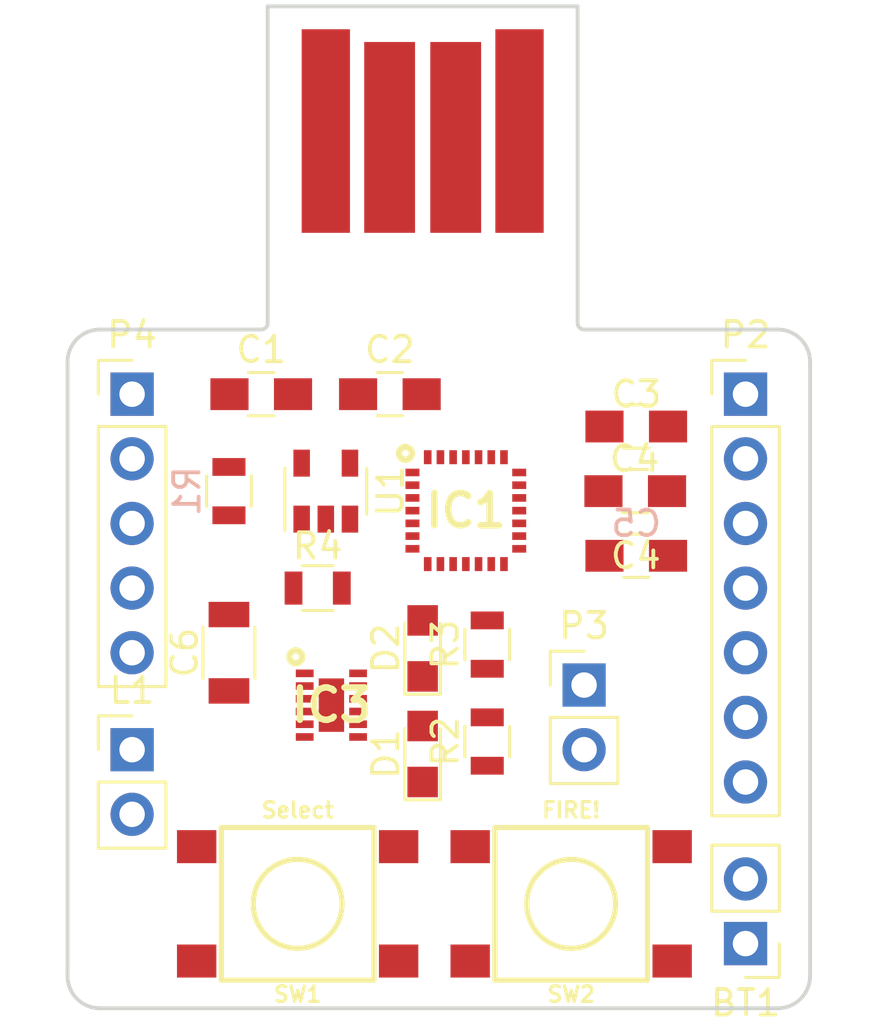
<source format=kicad_pcb>
(kicad_pcb (version 4) (host pcbnew 4.0.4-stable)

  (general
    (links 55)
    (no_connects 55)
    (area 133.158571 84.64 168.450477 125.325)
    (thickness 1.6)
    (drawings 16)
    (tracks 0)
    (zones 0)
    (modules 23)
    (nets 38)
  )

  (page A4)
  (layers
    (0 F.Cu signal)
    (31 B.Cu signal)
    (32 B.Adhes user)
    (33 F.Adhes user)
    (34 B.Paste user)
    (35 F.Paste user)
    (36 B.SilkS user)
    (37 F.SilkS user)
    (38 B.Mask user)
    (39 F.Mask user)
    (40 Dwgs.User user)
    (41 Cmts.User user)
    (42 Eco1.User user)
    (43 Eco2.User user)
    (44 Edge.Cuts user)
    (45 Margin user)
    (46 B.CrtYd user)
    (47 F.CrtYd user)
    (48 B.Fab user)
    (49 F.Fab user)
  )

  (setup
    (last_trace_width 0.25)
    (trace_clearance 0.2)
    (zone_clearance 0.508)
    (zone_45_only no)
    (trace_min 0.2)
    (segment_width 0.2)
    (edge_width 0.15)
    (via_size 0.6)
    (via_drill 0.4)
    (via_min_size 0.4)
    (via_min_drill 0.3)
    (uvia_size 0.3)
    (uvia_drill 0.1)
    (uvias_allowed no)
    (uvia_min_size 0.2)
    (uvia_min_drill 0.1)
    (pcb_text_width 0.3)
    (pcb_text_size 1.5 1.5)
    (mod_edge_width 0.15)
    (mod_text_size 1 1)
    (mod_text_width 0.15)
    (pad_size 1.524 1.524)
    (pad_drill 0.762)
    (pad_to_mask_clearance 0.2)
    (aux_axis_origin 0 0)
    (visible_elements FFFCE71F)
    (pcbplotparams
      (layerselection 0x00030_80000001)
      (usegerberextensions false)
      (excludeedgelayer true)
      (linewidth 0.100000)
      (plotframeref false)
      (viasonmask false)
      (mode 1)
      (useauxorigin false)
      (hpglpennumber 1)
      (hpglpenspeed 20)
      (hpglpendiameter 15)
      (hpglpenoverlay 2)
      (psnegative false)
      (psa4output false)
      (plotreference true)
      (plotvalue true)
      (plotinvisibletext false)
      (padsonsilk false)
      (subtractmaskfromsilk false)
      (outputformat 1)
      (mirror false)
      (drillshape 1)
      (scaleselection 1)
      (outputdirectory ""))
  )

  (net 0 "")
  (net 1 VCC)
  (net 2 GND)
  (net 3 USB_VCC)
  (net 4 LED2)
  (net 5 "Net-(D1-Pad1)")
  (net 6 LED1)
  (net 7 "Net-(D2-Pad1)")
  (net 8 "Net-(IC1-Pad1)")
  (net 9 "Net-(IC1-Pad2)")
  (net 10 "Net-(IC1-Pad3)")
  (net 11 RESET)
  (net 12 "Net-(IC1-Pad5)")
  (net 13 "Net-(IC1-Pad6)")
  (net 14 "Net-(IC1-Pad7)")
  (net 15 "Net-(IC1-Pad9)")
  (net 16 "Net-(IC1-Pad10)")
  (net 17 SW2)
  (net 18 SW1)
  (net 19 STATUS_LED)
  (net 20 "Net-(IC1-Pad15)")
  (net 21 USB_DM)
  (net 22 SWCLK)
  (net 23 SWDIO)
  (net 24 "Net-(IC1-Pad22)")
  (net 25 "Net-(IC1-Pad23)")
  (net 26 "Net-(IC1-Pad24)")
  (net 27 "Net-(IC3-Pad2)")
  (net 28 "Net-(IC3-Pad3)")
  (net 29 "Net-(IC3-Pad4)")
  (net 30 "Net-(IC3-Pad5)")
  (net 31 "Net-(IC3-Pad7)")
  (net 32 "Net-(IC3-Pad8)")
  (net 33 "Net-(IC1-Pad25)")
  (net 34 "Net-(IC1-Pad26)")
  (net 35 "Net-(IC1-Pad27)")
  (net 36 "Net-(IC1-Pad28)")
  (net 37 "Net-(R1-Pad1)")

  (net_class Default "This is the default net class."
    (clearance 0.2)
    (trace_width 0.25)
    (via_dia 0.6)
    (via_drill 0.4)
    (uvia_dia 0.3)
    (uvia_drill 0.1)
    (add_net GND)
    (add_net LED1)
    (add_net LED2)
    (add_net "Net-(D1-Pad1)")
    (add_net "Net-(D2-Pad1)")
    (add_net "Net-(IC1-Pad1)")
    (add_net "Net-(IC1-Pad10)")
    (add_net "Net-(IC1-Pad15)")
    (add_net "Net-(IC1-Pad2)")
    (add_net "Net-(IC1-Pad22)")
    (add_net "Net-(IC1-Pad23)")
    (add_net "Net-(IC1-Pad24)")
    (add_net "Net-(IC1-Pad25)")
    (add_net "Net-(IC1-Pad26)")
    (add_net "Net-(IC1-Pad27)")
    (add_net "Net-(IC1-Pad28)")
    (add_net "Net-(IC1-Pad3)")
    (add_net "Net-(IC1-Pad5)")
    (add_net "Net-(IC1-Pad6)")
    (add_net "Net-(IC1-Pad7)")
    (add_net "Net-(IC1-Pad9)")
    (add_net "Net-(IC3-Pad2)")
    (add_net "Net-(IC3-Pad3)")
    (add_net "Net-(IC3-Pad4)")
    (add_net "Net-(IC3-Pad5)")
    (add_net "Net-(IC3-Pad7)")
    (add_net "Net-(IC3-Pad8)")
    (add_net "Net-(R1-Pad1)")
    (add_net RESET)
    (add_net STATUS_LED)
    (add_net SW1)
    (add_net SW2)
    (add_net SWCLK)
    (add_net SWDIO)
    (add_net USB_DM)
    (add_net USB_VCC)
    (add_net VCC)
  )

  (module Capacitors_SMD:C_0805_HandSoldering (layer F.Cu) (tedit 58AA84A8) (tstamp 5AA9B551)
    (at 143.51 100.33)
    (descr "Capacitor SMD 0805, hand soldering")
    (tags "capacitor 0805")
    (path /5A342FC4)
    (attr smd)
    (fp_text reference C1 (at 0 -1.75) (layer F.SilkS)
      (effects (font (size 1 1) (thickness 0.15)))
    )
    (fp_text value 4.7uF (at 0 1.75) (layer F.Fab)
      (effects (font (size 1 1) (thickness 0.15)))
    )
    (fp_text user %R (at 0 -1.75) (layer F.Fab)
      (effects (font (size 1 1) (thickness 0.15)))
    )
    (fp_line (start -1 0.62) (end -1 -0.62) (layer F.Fab) (width 0.1))
    (fp_line (start 1 0.62) (end -1 0.62) (layer F.Fab) (width 0.1))
    (fp_line (start 1 -0.62) (end 1 0.62) (layer F.Fab) (width 0.1))
    (fp_line (start -1 -0.62) (end 1 -0.62) (layer F.Fab) (width 0.1))
    (fp_line (start 0.5 -0.85) (end -0.5 -0.85) (layer F.SilkS) (width 0.12))
    (fp_line (start -0.5 0.85) (end 0.5 0.85) (layer F.SilkS) (width 0.12))
    (fp_line (start -2.25 -0.88) (end 2.25 -0.88) (layer F.CrtYd) (width 0.05))
    (fp_line (start -2.25 -0.88) (end -2.25 0.87) (layer F.CrtYd) (width 0.05))
    (fp_line (start 2.25 0.87) (end 2.25 -0.88) (layer F.CrtYd) (width 0.05))
    (fp_line (start 2.25 0.87) (end -2.25 0.87) (layer F.CrtYd) (width 0.05))
    (pad 1 smd rect (at -1.25 0) (size 1.5 1.25) (layers F.Cu F.Paste F.Mask)
      (net 2 GND))
    (pad 2 smd rect (at 1.25 0) (size 1.5 1.25) (layers F.Cu F.Paste F.Mask)
      (net 3 USB_VCC))
    (model Capacitors_SMD.3dshapes/C_0805.wrl
      (at (xyz 0 0 0))
      (scale (xyz 1 1 1))
      (rotate (xyz 0 0 0))
    )
  )

  (module Capacitors_SMD:C_0805_HandSoldering (layer F.Cu) (tedit 58AA84A8) (tstamp 5AA9B562)
    (at 148.57 100.33)
    (descr "Capacitor SMD 0805, hand soldering")
    (tags "capacitor 0805")
    (path /5A343113)
    (attr smd)
    (fp_text reference C2 (at 0 -1.75) (layer F.SilkS)
      (effects (font (size 1 1) (thickness 0.15)))
    )
    (fp_text value 4.7uF (at 0 1.75) (layer F.Fab)
      (effects (font (size 1 1) (thickness 0.15)))
    )
    (fp_text user %R (at 0 -1.75) (layer F.Fab)
      (effects (font (size 1 1) (thickness 0.15)))
    )
    (fp_line (start -1 0.62) (end -1 -0.62) (layer F.Fab) (width 0.1))
    (fp_line (start 1 0.62) (end -1 0.62) (layer F.Fab) (width 0.1))
    (fp_line (start 1 -0.62) (end 1 0.62) (layer F.Fab) (width 0.1))
    (fp_line (start -1 -0.62) (end 1 -0.62) (layer F.Fab) (width 0.1))
    (fp_line (start 0.5 -0.85) (end -0.5 -0.85) (layer F.SilkS) (width 0.12))
    (fp_line (start -0.5 0.85) (end 0.5 0.85) (layer F.SilkS) (width 0.12))
    (fp_line (start -2.25 -0.88) (end 2.25 -0.88) (layer F.CrtYd) (width 0.05))
    (fp_line (start -2.25 -0.88) (end -2.25 0.87) (layer F.CrtYd) (width 0.05))
    (fp_line (start 2.25 0.87) (end 2.25 -0.88) (layer F.CrtYd) (width 0.05))
    (fp_line (start 2.25 0.87) (end -2.25 0.87) (layer F.CrtYd) (width 0.05))
    (pad 1 smd rect (at -1.25 0) (size 1.5 1.25) (layers F.Cu F.Paste F.Mask)
      (net 2 GND))
    (pad 2 smd rect (at 1.25 0) (size 1.5 1.25) (layers F.Cu F.Paste F.Mask)
      (net 1 VCC))
    (model Capacitors_SMD.3dshapes/C_0805.wrl
      (at (xyz 0 0 0))
      (scale (xyz 1 1 1))
      (rotate (xyz 0 0 0))
    )
  )

  (module Capacitors_SMD:C_0805_HandSoldering (layer F.Cu) (tedit 58AA84A8) (tstamp 5AA9B573)
    (at 158.262 101.6)
    (descr "Capacitor SMD 0805, hand soldering")
    (tags "capacitor 0805")
    (path /5A2EDBA0)
    (attr smd)
    (fp_text reference C3 (at 0 -1.27) (layer F.SilkS)
      (effects (font (size 1 1) (thickness 0.15)))
    )
    (fp_text value .1uF (at 0 1.75) (layer F.Fab)
      (effects (font (size 1 1) (thickness 0.15)))
    )
    (fp_text user %R (at 0 0) (layer F.Fab)
      (effects (font (size 1 1) (thickness 0.15)))
    )
    (fp_line (start -1 0.62) (end -1 -0.62) (layer F.Fab) (width 0.1))
    (fp_line (start 1 0.62) (end -1 0.62) (layer F.Fab) (width 0.1))
    (fp_line (start 1 -0.62) (end 1 0.62) (layer F.Fab) (width 0.1))
    (fp_line (start -1 -0.62) (end 1 -0.62) (layer F.Fab) (width 0.1))
    (fp_line (start 0.5 -0.85) (end -0.5 -0.85) (layer F.SilkS) (width 0.12))
    (fp_line (start -0.5 0.85) (end 0.5 0.85) (layer F.SilkS) (width 0.12))
    (fp_line (start -2.25 -0.88) (end 2.25 -0.88) (layer F.CrtYd) (width 0.05))
    (fp_line (start -2.25 -0.88) (end -2.25 0.87) (layer F.CrtYd) (width 0.05))
    (fp_line (start 2.25 0.87) (end 2.25 -0.88) (layer F.CrtYd) (width 0.05))
    (fp_line (start 2.25 0.87) (end -2.25 0.87) (layer F.CrtYd) (width 0.05))
    (pad 1 smd rect (at -1.25 0) (size 1.5 1.25) (layers F.Cu F.Paste F.Mask)
      (net 1 VCC))
    (pad 2 smd rect (at 1.25 0) (size 1.5 1.25) (layers F.Cu F.Paste F.Mask)
      (net 2 GND))
    (model Capacitors_SMD.3dshapes/C_0805.wrl
      (at (xyz 0 0 0))
      (scale (xyz 1 1 1))
      (rotate (xyz 0 0 0))
    )
  )

  (module Capacitors_SMD:C_0805_HandSoldering (layer F.Cu) (tedit 5A383C61) (tstamp 5AA9B584)
    (at 158.222 104.14)
    (descr "Capacitor SMD 0805, hand soldering")
    (tags "capacitor 0805")
    (path /5A2EDBF4)
    (attr smd)
    (fp_text reference C4 (at -0.02 -1.27) (layer F.SilkS)
      (effects (font (size 1 1) (thickness 0.15)))
    )
    (fp_text value .1uF (at 0 1.75) (layer F.Fab)
      (effects (font (size 1 1) (thickness 0.15)))
    )
    (fp_text user %R (at 0.02 2.54) (layer F.SilkS)
      (effects (font (size 1 1) (thickness 0.15)))
    )
    (fp_line (start -1 0.62) (end -1 -0.62) (layer F.Fab) (width 0.1))
    (fp_line (start 1 0.62) (end -1 0.62) (layer F.Fab) (width 0.1))
    (fp_line (start 1 -0.62) (end 1 0.62) (layer F.Fab) (width 0.1))
    (fp_line (start -1 -0.62) (end 1 -0.62) (layer F.Fab) (width 0.1))
    (fp_line (start 0.5 -0.85) (end -0.5 -0.85) (layer F.SilkS) (width 0.12))
    (fp_line (start -0.5 0.85) (end 0.5 0.85) (layer F.SilkS) (width 0.12))
    (fp_line (start -2.25 -0.88) (end 2.25 -0.88) (layer F.CrtYd) (width 0.05))
    (fp_line (start -2.25 -0.88) (end -2.25 0.87) (layer F.CrtYd) (width 0.05))
    (fp_line (start 2.25 0.87) (end 2.25 -0.88) (layer F.CrtYd) (width 0.05))
    (fp_line (start 2.25 0.87) (end -2.25 0.87) (layer F.CrtYd) (width 0.05))
    (pad 1 smd rect (at -1.25 0) (size 1.5 1.25) (layers F.Cu F.Paste F.Mask)
      (net 1 VCC))
    (pad 2 smd rect (at 1.25 0) (size 1.5 1.25) (layers F.Cu F.Paste F.Mask)
      (net 2 GND))
    (model Capacitors_SMD.3dshapes/C_0805.wrl
      (at (xyz 0 0 0))
      (scale (xyz 1 1 1))
      (rotate (xyz 0 0 0))
    )
  )

  (module Capacitors_SMD:C_0805_HandSoldering (layer F.Cu) (tedit 58AA84A8) (tstamp 5AA9B595)
    (at 158.262 106.68 180)
    (descr "Capacitor SMD 0805, hand soldering")
    (tags "capacitor 0805")
    (path /5A2E3ADB)
    (attr smd)
    (fp_text reference C5 (at 0 1.27 180) (layer B.SilkS)
      (effects (font (size 1 1) (thickness 0.15)) (justify mirror))
    )
    (fp_text value 4.7uF (at 0 1.75 180) (layer F.Fab)
      (effects (font (size 1 1) (thickness 0.15)))
    )
    (fp_text user %R (at 0.02 0 180) (layer B.Fab)
      (effects (font (size 1 1) (thickness 0.15)) (justify mirror))
    )
    (fp_line (start -1 0.62) (end -1 -0.62) (layer F.Fab) (width 0.1))
    (fp_line (start 1 0.62) (end -1 0.62) (layer F.Fab) (width 0.1))
    (fp_line (start 1 -0.62) (end 1 0.62) (layer F.Fab) (width 0.1))
    (fp_line (start -1 -0.62) (end 1 -0.62) (layer F.Fab) (width 0.1))
    (fp_line (start 0.5 -0.85) (end -0.5 -0.85) (layer F.SilkS) (width 0.12))
    (fp_line (start -0.5 0.85) (end 0.5 0.85) (layer F.SilkS) (width 0.12))
    (fp_line (start -2.25 -0.88) (end 2.25 -0.88) (layer F.CrtYd) (width 0.05))
    (fp_line (start -2.25 -0.88) (end -2.25 0.87) (layer F.CrtYd) (width 0.05))
    (fp_line (start 2.25 0.87) (end 2.25 -0.88) (layer F.CrtYd) (width 0.05))
    (fp_line (start 2.25 0.87) (end -2.25 0.87) (layer F.CrtYd) (width 0.05))
    (pad 1 smd rect (at -1.25 0 180) (size 1.5 1.25) (layers F.Cu F.Paste F.Mask)
      (net 1 VCC))
    (pad 2 smd rect (at 1.25 0 180) (size 1.5 1.25) (layers F.Cu F.Paste F.Mask)
      (net 2 GND))
    (model Capacitors_SMD.3dshapes/C_0805.wrl
      (at (xyz 0 0 0))
      (scale (xyz 1 1 1))
      (rotate (xyz 0 0 0))
    )
  )

  (module Capacitors_SMD:C_1206 (layer F.Cu) (tedit 58AA84B8) (tstamp 5AA9B5A6)
    (at 142.24 110.49 90)
    (descr "Capacitor SMD 1206, reflow soldering, AVX (see smccp.pdf)")
    (tags "capacitor 1206")
    (path /5A2EBD54)
    (attr smd)
    (fp_text reference C6 (at 0 -1.75 90) (layer F.SilkS)
      (effects (font (size 1 1) (thickness 0.15)))
    )
    (fp_text value 100uF (at 0 2 90) (layer F.Fab)
      (effects (font (size 1 1) (thickness 0.15)))
    )
    (fp_text user %R (at 0 -1.75 90) (layer F.Fab)
      (effects (font (size 1 1) (thickness 0.15)))
    )
    (fp_line (start -1.6 0.8) (end -1.6 -0.8) (layer F.Fab) (width 0.1))
    (fp_line (start 1.6 0.8) (end -1.6 0.8) (layer F.Fab) (width 0.1))
    (fp_line (start 1.6 -0.8) (end 1.6 0.8) (layer F.Fab) (width 0.1))
    (fp_line (start -1.6 -0.8) (end 1.6 -0.8) (layer F.Fab) (width 0.1))
    (fp_line (start 1 -1.02) (end -1 -1.02) (layer F.SilkS) (width 0.12))
    (fp_line (start -1 1.02) (end 1 1.02) (layer F.SilkS) (width 0.12))
    (fp_line (start -2.25 -1.05) (end 2.25 -1.05) (layer F.CrtYd) (width 0.05))
    (fp_line (start -2.25 -1.05) (end -2.25 1.05) (layer F.CrtYd) (width 0.05))
    (fp_line (start 2.25 1.05) (end 2.25 -1.05) (layer F.CrtYd) (width 0.05))
    (fp_line (start 2.25 1.05) (end -2.25 1.05) (layer F.CrtYd) (width 0.05))
    (pad 1 smd rect (at -1.5 0 90) (size 1 1.6) (layers F.Cu F.Paste F.Mask)
      (net 2 GND))
    (pad 2 smd rect (at 1.5 0 90) (size 1 1.6) (layers F.Cu F.Paste F.Mask)
      (net 1 VCC))
    (model Capacitors_SMD.3dshapes/C_1206.wrl
      (at (xyz 0 0 0))
      (scale (xyz 1 1 1))
      (rotate (xyz 0 0 0))
    )
  )

  (module LEDs:LED_0805 (layer F.Cu) (tedit 59959803) (tstamp 5AA9B5BC)
    (at 149.86 114.47 90)
    (descr "LED 0805 smd package")
    (tags "LED led 0805 SMD smd SMT smt smdled SMDLED smtled SMTLED")
    (path /5A2E42DF)
    (attr smd)
    (fp_text reference D1 (at 0 -1.45 90) (layer F.SilkS)
      (effects (font (size 1 1) (thickness 0.15)))
    )
    (fp_text value LED (at 0 1.55 90) (layer F.Fab)
      (effects (font (size 1 1) (thickness 0.15)))
    )
    (fp_line (start -1.8 -0.7) (end -1.8 0.7) (layer F.SilkS) (width 0.12))
    (fp_line (start -0.4 -0.4) (end -0.4 0.4) (layer F.Fab) (width 0.1))
    (fp_line (start -0.4 0) (end 0.2 -0.4) (layer F.Fab) (width 0.1))
    (fp_line (start 0.2 0.4) (end -0.4 0) (layer F.Fab) (width 0.1))
    (fp_line (start 0.2 -0.4) (end 0.2 0.4) (layer F.Fab) (width 0.1))
    (fp_line (start 1 0.6) (end -1 0.6) (layer F.Fab) (width 0.1))
    (fp_line (start 1 -0.6) (end 1 0.6) (layer F.Fab) (width 0.1))
    (fp_line (start -1 -0.6) (end 1 -0.6) (layer F.Fab) (width 0.1))
    (fp_line (start -1 0.6) (end -1 -0.6) (layer F.Fab) (width 0.1))
    (fp_line (start -1.8 0.7) (end 1 0.7) (layer F.SilkS) (width 0.12))
    (fp_line (start -1.8 -0.7) (end 1 -0.7) (layer F.SilkS) (width 0.12))
    (fp_line (start 1.95 -0.85) (end 1.95 0.85) (layer F.CrtYd) (width 0.05))
    (fp_line (start 1.95 0.85) (end -1.95 0.85) (layer F.CrtYd) (width 0.05))
    (fp_line (start -1.95 0.85) (end -1.95 -0.85) (layer F.CrtYd) (width 0.05))
    (fp_line (start -1.95 -0.85) (end 1.95 -0.85) (layer F.CrtYd) (width 0.05))
    (fp_text user %R (at 0 -1.25 90) (layer F.Fab)
      (effects (font (size 0.4 0.4) (thickness 0.1)))
    )
    (pad 2 smd rect (at 1.1 0 270) (size 1.2 1.2) (layers F.Cu F.Paste F.Mask)
      (net 4 LED2))
    (pad 1 smd rect (at -1.1 0 270) (size 1.2 1.2) (layers F.Cu F.Paste F.Mask)
      (net 5 "Net-(D1-Pad1)"))
    (model ${KISYS3DMOD}/LEDs.3dshapes/LED_0805.wrl
      (at (xyz 0 0 0))
      (scale (xyz 1 1 1))
      (rotate (xyz 0 0 180))
    )
  )

  (module LEDs:LED_0805 (layer F.Cu) (tedit 59959803) (tstamp 5AA9B5D2)
    (at 149.86 110.32 90)
    (descr "LED 0805 smd package")
    (tags "LED led 0805 SMD smd SMT smt smdled SMDLED smtled SMTLED")
    (path /5A2E3E75)
    (attr smd)
    (fp_text reference D2 (at 0 -1.45 90) (layer F.SilkS)
      (effects (font (size 1 1) (thickness 0.15)))
    )
    (fp_text value LED (at 0 1.55 90) (layer F.Fab)
      (effects (font (size 1 1) (thickness 0.15)))
    )
    (fp_line (start -1.8 -0.7) (end -1.8 0.7) (layer F.SilkS) (width 0.12))
    (fp_line (start -0.4 -0.4) (end -0.4 0.4) (layer F.Fab) (width 0.1))
    (fp_line (start -0.4 0) (end 0.2 -0.4) (layer F.Fab) (width 0.1))
    (fp_line (start 0.2 0.4) (end -0.4 0) (layer F.Fab) (width 0.1))
    (fp_line (start 0.2 -0.4) (end 0.2 0.4) (layer F.Fab) (width 0.1))
    (fp_line (start 1 0.6) (end -1 0.6) (layer F.Fab) (width 0.1))
    (fp_line (start 1 -0.6) (end 1 0.6) (layer F.Fab) (width 0.1))
    (fp_line (start -1 -0.6) (end 1 -0.6) (layer F.Fab) (width 0.1))
    (fp_line (start -1 0.6) (end -1 -0.6) (layer F.Fab) (width 0.1))
    (fp_line (start -1.8 0.7) (end 1 0.7) (layer F.SilkS) (width 0.12))
    (fp_line (start -1.8 -0.7) (end 1 -0.7) (layer F.SilkS) (width 0.12))
    (fp_line (start 1.95 -0.85) (end 1.95 0.85) (layer F.CrtYd) (width 0.05))
    (fp_line (start 1.95 0.85) (end -1.95 0.85) (layer F.CrtYd) (width 0.05))
    (fp_line (start -1.95 0.85) (end -1.95 -0.85) (layer F.CrtYd) (width 0.05))
    (fp_line (start -1.95 -0.85) (end 1.95 -0.85) (layer F.CrtYd) (width 0.05))
    (fp_text user %R (at 0 -1.25 90) (layer F.Fab)
      (effects (font (size 0.4 0.4) (thickness 0.1)))
    )
    (pad 2 smd rect (at 1.1 0 270) (size 1.2 1.2) (layers F.Cu F.Paste F.Mask)
      (net 6 LED1))
    (pad 1 smd rect (at -1.1 0 270) (size 1.2 1.2) (layers F.Cu F.Paste F.Mask)
      (net 7 "Net-(D2-Pad1)"))
    (model ${KISYS3DMOD}/LEDs.3dshapes/LED_0805.wrl
      (at (xyz 0 0 0))
      (scale (xyz 1 1 1))
      (rotate (xyz 0 0 180))
    )
  )

  (module DRV8835DSSR:SON50P200X300X80-13N (layer F.Cu) (tedit 5A29B73A) (tstamp 5AA9B619)
    (at 146.27 112.55)
    (descr "DSS (R-PWSON-N12)")
    (tags "Integrated Circuit")
    (path /5A2D88A7)
    (attr smd)
    (fp_text reference IC3 (at 0 0) (layer F.SilkS)
      (effects (font (size 1.27 1.27) (thickness 0.254)))
    )
    (fp_text value DRV8835DSSR (at 0 0) (layer F.SilkS) hide
      (effects (font (size 1.27 1.27) (thickness 0.254)))
    )
    (fp_line (start -1.625 -1.8) (end 1.625 -1.8) (layer Dwgs.User) (width 0.05))
    (fp_line (start 1.625 -1.8) (end 1.625 1.8) (layer Dwgs.User) (width 0.05))
    (fp_line (start 1.625 1.8) (end -1.625 1.8) (layer Dwgs.User) (width 0.05))
    (fp_line (start -1.625 1.8) (end -1.625 -1.8) (layer Dwgs.User) (width 0.05))
    (fp_line (start -1 -1.5) (end 1 -1.5) (layer Dwgs.User) (width 0.1))
    (fp_line (start 1 -1.5) (end 1 1.5) (layer Dwgs.User) (width 0.1))
    (fp_line (start 1 1.5) (end -1 1.5) (layer Dwgs.User) (width 0.1))
    (fp_line (start -1 1.5) (end -1 -1.5) (layer Dwgs.User) (width 0.1))
    (fp_line (start -1 -1) (end -0.5 -1.5) (layer Dwgs.User) (width 0.1))
    (fp_circle (center -1.4 -1.9) (end -1.275 -1.9) (layer F.SilkS) (width 0.254))
    (pad 1 smd rect (at -1.05 -1.25 90) (size 0.3 0.7) (layers F.Cu F.Paste F.Mask)
      (net 2 GND))
    (pad 2 smd rect (at -1.05 -0.75 90) (size 0.3 0.7) (layers F.Cu F.Paste F.Mask)
      (net 27 "Net-(IC3-Pad2)"))
    (pad 3 smd rect (at -1.05 -0.25 90) (size 0.3 0.7) (layers F.Cu F.Paste F.Mask)
      (net 28 "Net-(IC3-Pad3)"))
    (pad 4 smd rect (at -1.05 0.25 90) (size 0.3 0.7) (layers F.Cu F.Paste F.Mask)
      (net 29 "Net-(IC3-Pad4)"))
    (pad 5 smd rect (at -1.05 0.75 90) (size 0.3 0.7) (layers F.Cu F.Paste F.Mask)
      (net 30 "Net-(IC3-Pad5)"))
    (pad 6 smd rect (at -1.05 1.25 90) (size 0.3 0.7) (layers F.Cu F.Paste F.Mask)
      (net 2 GND))
    (pad 7 smd rect (at 1.05 1.25 90) (size 0.3 0.7) (layers F.Cu F.Paste F.Mask)
      (net 31 "Net-(IC3-Pad7)"))
    (pad 8 smd rect (at 1.05 0.75 90) (size 0.3 0.7) (layers F.Cu F.Paste F.Mask)
      (net 32 "Net-(IC3-Pad8)"))
    (pad 9 smd rect (at 1.05 0.25 90) (size 0.3 0.7) (layers F.Cu F.Paste F.Mask)
      (net 6 LED1))
    (pad 10 smd rect (at 1.05 -0.25 90) (size 0.3 0.7) (layers F.Cu F.Paste F.Mask)
      (net 14 "Net-(IC1-Pad7)"))
    (pad 11 smd rect (at 1.05 -0.75 90) (size 0.3 0.7) (layers F.Cu F.Paste F.Mask)
      (net 13 "Net-(IC1-Pad6)"))
    (pad 12 smd rect (at 1.05 -1.25 90) (size 0.3 0.7) (layers F.Cu F.Paste F.Mask)
      (net 1 VCC))
    (pad 13 smd rect (at 0 0) (size 1 2.1) (layers F.Cu F.Paste F.Mask)
      (net 2 GND))
  )

  (module libraries:usb-PCB (layer F.Cu) (tedit 542BB0AF) (tstamp 5AA9B62A)
    (at 149.86 85.09 180)
    (path /5A2E368F)
    (attr virtual)
    (fp_text reference P1 (at 0.13 -7.85 180) (layer F.SilkS) hide
      (effects (font (size 1.5 1.5) (thickness 0.15)))
    )
    (fp_text value USB_A (at 0.29 -10.13 180) (layer F.SilkS) hide
      (effects (font (size 1.5 1.5) (thickness 0.15)))
    )
    (fp_line (start 6.03 0) (end 6.03 -12) (layer Dwgs.User) (width 0.15))
    (fp_line (start 6.03 0) (end -6.03 0) (layer Dwgs.User) (width 0.15))
    (fp_line (start -6.03 0) (end -6.03 -12) (layer Dwgs.User) (width 0.15))
    (pad 1 connect rect (at 3.81 -4.9 180) (size 1.9 8) (layers F.Cu F.Mask)
      (net 3 USB_VCC))
    (pad 4 connect rect (at -3.81 -4.9 180) (size 1.9 8) (layers F.Cu F.Mask)
      (net 2 GND))
    (pad 3 connect rect (at -1.3 -5.15 180) (size 2 7.5) (layers F.Cu F.Mask)
      (net 22 SWCLK))
    (pad 2 connect rect (at 1.3 -5.15 180) (size 2 7.5) (layers F.Cu F.Mask)
      (net 21 USB_DM))
  )

  (module Socket_Strips:Socket_Strip_Straight_1x07_Pitch2.54mm (layer F.Cu) (tedit 58CD5446) (tstamp 5AA9B644)
    (at 162.56 100.33)
    (descr "Through hole straight socket strip, 1x07, 2.54mm pitch, single row")
    (tags "Through hole socket strip THT 1x07 2.54mm single row")
    (path /5A2EC6B9)
    (fp_text reference P2 (at 0 -2.33) (layer F.SilkS)
      (effects (font (size 1 1) (thickness 0.15)))
    )
    (fp_text value "Expansion Port" (at 0 17.57) (layer F.Fab)
      (effects (font (size 1 1) (thickness 0.15)))
    )
    (fp_line (start -1.27 -1.27) (end -1.27 16.51) (layer F.Fab) (width 0.1))
    (fp_line (start -1.27 16.51) (end 1.27 16.51) (layer F.Fab) (width 0.1))
    (fp_line (start 1.27 16.51) (end 1.27 -1.27) (layer F.Fab) (width 0.1))
    (fp_line (start 1.27 -1.27) (end -1.27 -1.27) (layer F.Fab) (width 0.1))
    (fp_line (start -1.33 1.27) (end -1.33 16.57) (layer F.SilkS) (width 0.12))
    (fp_line (start -1.33 16.57) (end 1.33 16.57) (layer F.SilkS) (width 0.12))
    (fp_line (start 1.33 16.57) (end 1.33 1.27) (layer F.SilkS) (width 0.12))
    (fp_line (start 1.33 1.27) (end -1.33 1.27) (layer F.SilkS) (width 0.12))
    (fp_line (start -1.33 0) (end -1.33 -1.33) (layer F.SilkS) (width 0.12))
    (fp_line (start -1.33 -1.33) (end 0 -1.33) (layer F.SilkS) (width 0.12))
    (fp_line (start -1.8 -1.8) (end -1.8 17.05) (layer F.CrtYd) (width 0.05))
    (fp_line (start -1.8 17.05) (end 1.8 17.05) (layer F.CrtYd) (width 0.05))
    (fp_line (start 1.8 17.05) (end 1.8 -1.8) (layer F.CrtYd) (width 0.05))
    (fp_line (start 1.8 -1.8) (end -1.8 -1.8) (layer F.CrtYd) (width 0.05))
    (fp_text user %R (at 0 -2.33) (layer F.Fab)
      (effects (font (size 1 1) (thickness 0.15)))
    )
    (pad 1 thru_hole rect (at 0 0) (size 1.7 1.7) (drill 1) (layers *.Cu *.Mask)
      (net 24 "Net-(IC1-Pad22)"))
    (pad 2 thru_hole oval (at 0 2.54) (size 1.7 1.7) (drill 1) (layers *.Cu *.Mask)
      (net 25 "Net-(IC1-Pad23)"))
    (pad 3 thru_hole oval (at 0 5.08) (size 1.7 1.7) (drill 1) (layers *.Cu *.Mask)
      (net 26 "Net-(IC1-Pad24)"))
    (pad 4 thru_hole oval (at 0 7.62) (size 1.7 1.7) (drill 1) (layers *.Cu *.Mask)
      (net 33 "Net-(IC1-Pad25)"))
    (pad 5 thru_hole oval (at 0 10.16) (size 1.7 1.7) (drill 1) (layers *.Cu *.Mask)
      (net 34 "Net-(IC1-Pad26)"))
    (pad 6 thru_hole oval (at 0 12.7) (size 1.7 1.7) (drill 1) (layers *.Cu *.Mask)
      (net 35 "Net-(IC1-Pad27)"))
    (pad 7 thru_hole oval (at 0 15.24) (size 1.7 1.7) (drill 1) (layers *.Cu *.Mask)
      (net 36 "Net-(IC1-Pad28)"))
    (model ${KISYS3DMOD}/Socket_Strips.3dshapes/Socket_Strip_Straight_1x07_Pitch2.54mm.wrl
      (at (xyz 0 -0.3 0))
      (scale (xyz 1 1 1))
      (rotate (xyz 0 0 270))
    )
  )

  (module Pin_Headers:Pin_Header_Straight_1x05_Pitch2.54mm (layer F.Cu) (tedit 59650532) (tstamp 5AA9B663)
    (at 138.43 100.33)
    (descr "Through hole straight pin header, 1x05, 2.54mm pitch, single row")
    (tags "Through hole pin header THT 1x05 2.54mm single row")
    (path /5A34C266)
    (fp_text reference P4 (at 0 -2.33) (layer F.SilkS)
      (effects (font (size 1 1) (thickness 0.15)))
    )
    (fp_text value "Program Port" (at 0 12.49) (layer F.Fab)
      (effects (font (size 1 1) (thickness 0.15)))
    )
    (fp_line (start -0.635 -1.27) (end 1.27 -1.27) (layer F.Fab) (width 0.1))
    (fp_line (start 1.27 -1.27) (end 1.27 11.43) (layer F.Fab) (width 0.1))
    (fp_line (start 1.27 11.43) (end -1.27 11.43) (layer F.Fab) (width 0.1))
    (fp_line (start -1.27 11.43) (end -1.27 -0.635) (layer F.Fab) (width 0.1))
    (fp_line (start -1.27 -0.635) (end -0.635 -1.27) (layer F.Fab) (width 0.1))
    (fp_line (start -1.33 11.49) (end 1.33 11.49) (layer F.SilkS) (width 0.12))
    (fp_line (start -1.33 1.27) (end -1.33 11.49) (layer F.SilkS) (width 0.12))
    (fp_line (start 1.33 1.27) (end 1.33 11.49) (layer F.SilkS) (width 0.12))
    (fp_line (start -1.33 1.27) (end 1.33 1.27) (layer F.SilkS) (width 0.12))
    (fp_line (start -1.33 0) (end -1.33 -1.33) (layer F.SilkS) (width 0.12))
    (fp_line (start -1.33 -1.33) (end 0 -1.33) (layer F.SilkS) (width 0.12))
    (fp_line (start -1.8 -1.8) (end -1.8 11.95) (layer F.CrtYd) (width 0.05))
    (fp_line (start -1.8 11.95) (end 1.8 11.95) (layer F.CrtYd) (width 0.05))
    (fp_line (start 1.8 11.95) (end 1.8 -1.8) (layer F.CrtYd) (width 0.05))
    (fp_line (start 1.8 -1.8) (end -1.8 -1.8) (layer F.CrtYd) (width 0.05))
    (fp_text user %R (at 0 5.08 90) (layer F.Fab)
      (effects (font (size 1 1) (thickness 0.15)))
    )
    (pad 1 thru_hole rect (at 0 0) (size 1.7 1.7) (drill 1) (layers *.Cu *.Mask)
      (net 1 VCC))
    (pad 2 thru_hole oval (at 0 2.54) (size 1.7 1.7) (drill 1) (layers *.Cu *.Mask)
      (net 2 GND))
    (pad 3 thru_hole oval (at 0 5.08) (size 1.7 1.7) (drill 1) (layers *.Cu *.Mask)
      (net 11 RESET))
    (pad 4 thru_hole oval (at 0 7.62) (size 1.7 1.7) (drill 1) (layers *.Cu *.Mask)
      (net 23 SWDIO))
    (pad 5 thru_hole oval (at 0 10.16) (size 1.7 1.7) (drill 1) (layers *.Cu *.Mask)
      (net 22 SWCLK))
    (model ${KISYS3DMOD}/Pin_Headers.3dshapes/Pin_Header_Straight_1x05_Pitch2.54mm.wrl
      (at (xyz 0 0 0))
      (scale (xyz 1 1 1))
      (rotate (xyz 0 0 0))
    )
  )

  (module Resistors_SMD:R_0805 (layer F.Cu) (tedit 58E0A804) (tstamp 5AA9B674)
    (at 142.24 104.14 90)
    (descr "Resistor SMD 0805, reflow soldering, Vishay (see dcrcw.pdf)")
    (tags "resistor 0805")
    (path /5A341944)
    (attr smd)
    (fp_text reference R1 (at 0 -1.65 90) (layer B.SilkS)
      (effects (font (size 1 1) (thickness 0.15)) (justify mirror))
    )
    (fp_text value 2.2k (at 0 1.75 90) (layer F.Fab)
      (effects (font (size 1 1) (thickness 0.15)))
    )
    (fp_text user %R (at 0 0 90) (layer B.Fab)
      (effects (font (size 0.5 0.5) (thickness 0.075)) (justify mirror))
    )
    (fp_line (start -1 0.62) (end -1 -0.62) (layer F.Fab) (width 0.1))
    (fp_line (start 1 0.62) (end -1 0.62) (layer F.Fab) (width 0.1))
    (fp_line (start 1 -0.62) (end 1 0.62) (layer F.Fab) (width 0.1))
    (fp_line (start -1 -0.62) (end 1 -0.62) (layer F.Fab) (width 0.1))
    (fp_line (start 0.6 0.88) (end -0.6 0.88) (layer F.SilkS) (width 0.12))
    (fp_line (start -0.6 -0.88) (end 0.6 -0.88) (layer F.SilkS) (width 0.12))
    (fp_line (start -1.55 -0.9) (end 1.55 -0.9) (layer F.CrtYd) (width 0.05))
    (fp_line (start -1.55 -0.9) (end -1.55 0.9) (layer F.CrtYd) (width 0.05))
    (fp_line (start 1.55 0.9) (end 1.55 -0.9) (layer F.CrtYd) (width 0.05))
    (fp_line (start 1.55 0.9) (end -1.55 0.9) (layer F.CrtYd) (width 0.05))
    (pad 1 smd rect (at -0.95 0 90) (size 0.7 1.3) (layers F.Cu F.Paste F.Mask)
      (net 37 "Net-(R1-Pad1)"))
    (pad 2 smd rect (at 0.95 0 90) (size 0.7 1.3) (layers F.Cu F.Paste F.Mask)
      (net 2 GND))
    (model ${KISYS3DMOD}/Resistors_SMD.3dshapes/R_0805.wrl
      (at (xyz 0 0 0))
      (scale (xyz 1 1 1))
      (rotate (xyz 0 0 0))
    )
  )

  (module Resistors_SMD:R_0805 (layer F.Cu) (tedit 58E0A804) (tstamp 5AA9B685)
    (at 152.4 113.98 90)
    (descr "Resistor SMD 0805, reflow soldering, Vishay (see dcrcw.pdf)")
    (tags "resistor 0805")
    (path /5A2E42E5)
    (attr smd)
    (fp_text reference R2 (at 0 -1.65 90) (layer F.SilkS)
      (effects (font (size 1 1) (thickness 0.15)))
    )
    (fp_text value 330Ohm (at 0 1.75 90) (layer F.Fab)
      (effects (font (size 1 1) (thickness 0.15)))
    )
    (fp_text user %R (at 0.32 0 90) (layer F.Fab)
      (effects (font (size 0.5 0.5) (thickness 0.075)))
    )
    (fp_line (start -1 0.62) (end -1 -0.62) (layer F.Fab) (width 0.1))
    (fp_line (start 1 0.62) (end -1 0.62) (layer F.Fab) (width 0.1))
    (fp_line (start 1 -0.62) (end 1 0.62) (layer F.Fab) (width 0.1))
    (fp_line (start -1 -0.62) (end 1 -0.62) (layer F.Fab) (width 0.1))
    (fp_line (start 0.6 0.88) (end -0.6 0.88) (layer F.SilkS) (width 0.12))
    (fp_line (start -0.6 -0.88) (end 0.6 -0.88) (layer F.SilkS) (width 0.12))
    (fp_line (start -1.55 -0.9) (end 1.55 -0.9) (layer F.CrtYd) (width 0.05))
    (fp_line (start -1.55 -0.9) (end -1.55 0.9) (layer F.CrtYd) (width 0.05))
    (fp_line (start 1.55 0.9) (end 1.55 -0.9) (layer F.CrtYd) (width 0.05))
    (fp_line (start 1.55 0.9) (end -1.55 0.9) (layer F.CrtYd) (width 0.05))
    (pad 1 smd rect (at -0.95 0 90) (size 0.7 1.3) (layers F.Cu F.Paste F.Mask)
      (net 5 "Net-(D1-Pad1)"))
    (pad 2 smd rect (at 0.95 0 90) (size 0.7 1.3) (layers F.Cu F.Paste F.Mask)
      (net 2 GND))
    (model ${KISYS3DMOD}/Resistors_SMD.3dshapes/R_0805.wrl
      (at (xyz 0 0 0))
      (scale (xyz 1 1 1))
      (rotate (xyz 0 0 0))
    )
  )

  (module Resistors_SMD:R_0805 (layer F.Cu) (tedit 58E0A804) (tstamp 5AA9B696)
    (at 152.4 110.17 90)
    (descr "Resistor SMD 0805, reflow soldering, Vishay (see dcrcw.pdf)")
    (tags "resistor 0805")
    (path /5A2E3F2C)
    (attr smd)
    (fp_text reference R3 (at 0 -1.65 90) (layer F.SilkS)
      (effects (font (size 1 1) (thickness 0.15)))
    )
    (fp_text value 330Ohm (at 0 1.75 90) (layer F.Fab)
      (effects (font (size 1 1) (thickness 0.15)))
    )
    (fp_text user %R (at 0 0 90) (layer F.Fab)
      (effects (font (size 0.5 0.5) (thickness 0.075)))
    )
    (fp_line (start -1 0.62) (end -1 -0.62) (layer F.Fab) (width 0.1))
    (fp_line (start 1 0.62) (end -1 0.62) (layer F.Fab) (width 0.1))
    (fp_line (start 1 -0.62) (end 1 0.62) (layer F.Fab) (width 0.1))
    (fp_line (start -1 -0.62) (end 1 -0.62) (layer F.Fab) (width 0.1))
    (fp_line (start 0.6 0.88) (end -0.6 0.88) (layer F.SilkS) (width 0.12))
    (fp_line (start -0.6 -0.88) (end 0.6 -0.88) (layer F.SilkS) (width 0.12))
    (fp_line (start -1.55 -0.9) (end 1.55 -0.9) (layer F.CrtYd) (width 0.05))
    (fp_line (start -1.55 -0.9) (end -1.55 0.9) (layer F.CrtYd) (width 0.05))
    (fp_line (start 1.55 0.9) (end 1.55 -0.9) (layer F.CrtYd) (width 0.05))
    (fp_line (start 1.55 0.9) (end -1.55 0.9) (layer F.CrtYd) (width 0.05))
    (pad 1 smd rect (at -0.95 0 90) (size 0.7 1.3) (layers F.Cu F.Paste F.Mask)
      (net 7 "Net-(D2-Pad1)"))
    (pad 2 smd rect (at 0.95 0 90) (size 0.7 1.3) (layers F.Cu F.Paste F.Mask)
      (net 2 GND))
    (model ${KISYS3DMOD}/Resistors_SMD.3dshapes/R_0805.wrl
      (at (xyz 0 0 0))
      (scale (xyz 1 1 1))
      (rotate (xyz 0 0 0))
    )
  )

  (module Resistors_SMD:R_0805 (layer F.Cu) (tedit 58E0A804) (tstamp 5AA9B6A7)
    (at 145.73 107.95)
    (descr "Resistor SMD 0805, reflow soldering, Vishay (see dcrcw.pdf)")
    (tags "resistor 0805")
    (path /5A2F21B2)
    (attr smd)
    (fp_text reference R4 (at 0 -1.65) (layer F.SilkS)
      (effects (font (size 1 1) (thickness 0.15)))
    )
    (fp_text value 100ohm (at 0 1.75) (layer F.Fab)
      (effects (font (size 1 1) (thickness 0.15)))
    )
    (fp_text user %R (at 0 0) (layer F.Fab)
      (effects (font (size 0.5 0.5) (thickness 0.075)))
    )
    (fp_line (start -1 0.62) (end -1 -0.62) (layer F.Fab) (width 0.1))
    (fp_line (start 1 0.62) (end -1 0.62) (layer F.Fab) (width 0.1))
    (fp_line (start 1 -0.62) (end 1 0.62) (layer F.Fab) (width 0.1))
    (fp_line (start -1 -0.62) (end 1 -0.62) (layer F.Fab) (width 0.1))
    (fp_line (start 0.6 0.88) (end -0.6 0.88) (layer F.SilkS) (width 0.12))
    (fp_line (start -0.6 -0.88) (end 0.6 -0.88) (layer F.SilkS) (width 0.12))
    (fp_line (start -1.55 -0.9) (end 1.55 -0.9) (layer F.CrtYd) (width 0.05))
    (fp_line (start -1.55 -0.9) (end -1.55 0.9) (layer F.CrtYd) (width 0.05))
    (fp_line (start 1.55 0.9) (end 1.55 -0.9) (layer F.CrtYd) (width 0.05))
    (fp_line (start 1.55 0.9) (end -1.55 0.9) (layer F.CrtYd) (width 0.05))
    (pad 1 smd rect (at -0.95 0) (size 0.7 1.3) (layers F.Cu F.Paste F.Mask)
      (net 2 GND))
    (pad 2 smd rect (at 0.95 0) (size 0.7 1.3) (layers F.Cu F.Paste F.Mask)
      (net 8 "Net-(IC1-Pad1)"))
    (model ${KISYS3DMOD}/Resistors_SMD.3dshapes/R_0805.wrl
      (at (xyz 0 0 0))
      (scale (xyz 1 1 1))
      (rotate (xyz 0 0 0))
    )
  )

  (module Switches:TACTILE_SWITCH_SMD_6.2MM_TALL (layer F.Cu) (tedit 200000) (tstamp 5AA9B6B4)
    (at 144.94256 120.3579 180)
    (descr "MOMENTARY SWITCH (PUSHBUTTON) - SPST - SMD, 6.2MM SQUARE")
    (tags "MOMENTARY SWITCH (PUSHBUTTON) - SPST - SMD, 6.2MM SQUARE")
    (path /5A2E44D1)
    (attr smd)
    (fp_text reference SW1 (at 0 -3.556 180) (layer F.SilkS)
      (effects (font (size 0.6096 0.6096) (thickness 0.127)))
    )
    (fp_text value Select (at 0 3.683 180) (layer F.SilkS)
      (effects (font (size 0.6096 0.6096) (thickness 0.127)))
    )
    (fp_line (start -2.99974 2.99974) (end 2.99974 2.99974) (layer F.SilkS) (width 0.2032))
    (fp_line (start 2.99974 2.99974) (end 2.99974 -2.99974) (layer F.SilkS) (width 0.2032))
    (fp_line (start 2.99974 -2.99974) (end -2.99974 -2.99974) (layer F.SilkS) (width 0.2032))
    (fp_line (start -2.99974 -2.99974) (end -2.99974 2.99974) (layer F.SilkS) (width 0.2032))
    (fp_circle (center 0 0) (end 0 -1.74752) (layer F.SilkS) (width 0.2032))
    (pad A1 smd rect (at -3.97256 2.2479 270) (size 1.29794 1.5494) (layers F.Cu F.Paste F.Mask)
      (solder_mask_margin 0.1016))
    (pad A2 smd rect (at 3.97256 2.2479 270) (size 1.29794 1.5494) (layers F.Cu F.Paste F.Mask)
      (solder_mask_margin 0.1016))
    (pad B1 smd rect (at -3.97256 -2.2479 270) (size 1.29794 1.5494) (layers F.Cu F.Paste F.Mask)
      (solder_mask_margin 0.1016))
    (pad B2 smd rect (at 3.97256 -2.2479 270) (size 1.29794 1.5494) (layers F.Cu F.Paste F.Mask)
      (solder_mask_margin 0.1016))
  )

  (module Switches:TACTILE_SWITCH_SMD_6.2MM_TALL (layer F.Cu) (tedit 200000) (tstamp 5AA9B6C1)
    (at 155.702 120.3579 180)
    (descr "MOMENTARY SWITCH (PUSHBUTTON) - SPST - SMD, 6.2MM SQUARE")
    (tags "MOMENTARY SWITCH (PUSHBUTTON) - SPST - SMD, 6.2MM SQUARE")
    (path /5A2EC396)
    (attr smd)
    (fp_text reference SW2 (at 0 -3.556 180) (layer F.SilkS)
      (effects (font (size 0.6096 0.6096) (thickness 0.127)))
    )
    (fp_text value FIRE! (at 0 3.683 180) (layer F.SilkS)
      (effects (font (size 0.6096 0.6096) (thickness 0.127)))
    )
    (fp_line (start -2.99974 2.99974) (end 2.99974 2.99974) (layer F.SilkS) (width 0.2032))
    (fp_line (start 2.99974 2.99974) (end 2.99974 -2.99974) (layer F.SilkS) (width 0.2032))
    (fp_line (start 2.99974 -2.99974) (end -2.99974 -2.99974) (layer F.SilkS) (width 0.2032))
    (fp_line (start -2.99974 -2.99974) (end -2.99974 2.99974) (layer F.SilkS) (width 0.2032))
    (fp_circle (center 0 0) (end 0 -1.74752) (layer F.SilkS) (width 0.2032))
    (pad A1 smd rect (at -3.97256 2.2479 270) (size 1.29794 1.5494) (layers F.Cu F.Paste F.Mask)
      (solder_mask_margin 0.1016))
    (pad A2 smd rect (at 3.97256 2.2479 270) (size 1.29794 1.5494) (layers F.Cu F.Paste F.Mask)
      (solder_mask_margin 0.1016))
    (pad B1 smd rect (at -3.97256 -2.2479 270) (size 1.29794 1.5494) (layers F.Cu F.Paste F.Mask)
      (solder_mask_margin 0.1016))
    (pad B2 smd rect (at 3.97256 -2.2479 270) (size 1.29794 1.5494) (layers F.Cu F.Paste F.Mask)
      (solder_mask_margin 0.1016))
  )

  (module TO_SOT_Packages_SMD:SOT-23-5 (layer F.Cu) (tedit 58CE4E7E) (tstamp 5AA9B6D6)
    (at 146.05 104.14 90)
    (descr "5-pin SOT23 package")
    (tags SOT-23-5)
    (path /5A34150B)
    (attr smd)
    (fp_text reference U1 (at 0 2.54 90) (layer F.SilkS)
      (effects (font (size 1 1) (thickness 0.15)))
    )
    (fp_text value MCP73831-2-OT (at 0 2.9 90) (layer F.Fab)
      (effects (font (size 1 1) (thickness 0.15)))
    )
    (fp_text user %R (at 0 0 180) (layer F.Fab)
      (effects (font (size 0.5 0.5) (thickness 0.075)))
    )
    (fp_line (start -0.9 1.61) (end 0.9 1.61) (layer F.SilkS) (width 0.12))
    (fp_line (start 0.9 -1.61) (end -1.55 -1.61) (layer F.SilkS) (width 0.12))
    (fp_line (start -1.9 -1.8) (end 1.9 -1.8) (layer F.CrtYd) (width 0.05))
    (fp_line (start 1.9 -1.8) (end 1.9 1.8) (layer F.CrtYd) (width 0.05))
    (fp_line (start 1.9 1.8) (end -1.9 1.8) (layer F.CrtYd) (width 0.05))
    (fp_line (start -1.9 1.8) (end -1.9 -1.8) (layer F.CrtYd) (width 0.05))
    (fp_line (start -0.9 -0.9) (end -0.25 -1.55) (layer F.Fab) (width 0.1))
    (fp_line (start 0.9 -1.55) (end -0.25 -1.55) (layer F.Fab) (width 0.1))
    (fp_line (start -0.9 -0.9) (end -0.9 1.55) (layer F.Fab) (width 0.1))
    (fp_line (start 0.9 1.55) (end -0.9 1.55) (layer F.Fab) (width 0.1))
    (fp_line (start 0.9 -1.55) (end 0.9 1.55) (layer F.Fab) (width 0.1))
    (pad 1 smd rect (at -1.1 -0.95 90) (size 1.06 0.65) (layers F.Cu F.Paste F.Mask)
      (net 19 STATUS_LED))
    (pad 2 smd rect (at -1.1 0 90) (size 1.06 0.65) (layers F.Cu F.Paste F.Mask)
      (net 2 GND))
    (pad 3 smd rect (at -1.1 0.95 90) (size 1.06 0.65) (layers F.Cu F.Paste F.Mask)
      (net 1 VCC))
    (pad 4 smd rect (at 1.1 0.95 90) (size 1.06 0.65) (layers F.Cu F.Paste F.Mask)
      (net 3 USB_VCC))
    (pad 5 smd rect (at 1.1 -0.95 90) (size 1.06 0.65) (layers F.Cu F.Paste F.Mask)
      (net 37 "Net-(R1-Pad1)"))
    (model ${KISYS3DMOD}/TO_SOT_Packages_SMD.3dshapes/SOT-23-5.wrl
      (at (xyz 0 0 0))
      (scale (xyz 1 1 1))
      (rotate (xyz 0 0 0))
    )
  )

  (module Pin_Headers:Pin_Header_Straight_1x02_Pitch2.54mm (layer F.Cu) (tedit 59650532) (tstamp 5A381DF8)
    (at 162.56 121.92 180)
    (descr "Through hole straight pin header, 1x02, 2.54mm pitch, single row")
    (tags "Through hole pin header THT 1x02 2.54mm single row")
    (path /5A2D8A5A)
    (fp_text reference BT1 (at 0 -2.33 180) (layer F.SilkS)
      (effects (font (size 1 1) (thickness 0.15)))
    )
    (fp_text value Battery (at 0 4.87 180) (layer F.Fab)
      (effects (font (size 1 1) (thickness 0.15)))
    )
    (fp_line (start -0.635 -1.27) (end 1.27 -1.27) (layer F.Fab) (width 0.1))
    (fp_line (start 1.27 -1.27) (end 1.27 3.81) (layer F.Fab) (width 0.1))
    (fp_line (start 1.27 3.81) (end -1.27 3.81) (layer F.Fab) (width 0.1))
    (fp_line (start -1.27 3.81) (end -1.27 -0.635) (layer F.Fab) (width 0.1))
    (fp_line (start -1.27 -0.635) (end -0.635 -1.27) (layer F.Fab) (width 0.1))
    (fp_line (start -1.33 3.87) (end 1.33 3.87) (layer F.SilkS) (width 0.12))
    (fp_line (start -1.33 1.27) (end -1.33 3.87) (layer F.SilkS) (width 0.12))
    (fp_line (start 1.33 1.27) (end 1.33 3.87) (layer F.SilkS) (width 0.12))
    (fp_line (start -1.33 1.27) (end 1.33 1.27) (layer F.SilkS) (width 0.12))
    (fp_line (start -1.33 0) (end -1.33 -1.33) (layer F.SilkS) (width 0.12))
    (fp_line (start -1.33 -1.33) (end 0 -1.33) (layer F.SilkS) (width 0.12))
    (fp_line (start -1.8 -1.8) (end -1.8 4.35) (layer F.CrtYd) (width 0.05))
    (fp_line (start -1.8 4.35) (end 1.8 4.35) (layer F.CrtYd) (width 0.05))
    (fp_line (start 1.8 4.35) (end 1.8 -1.8) (layer F.CrtYd) (width 0.05))
    (fp_line (start 1.8 -1.8) (end -1.8 -1.8) (layer F.CrtYd) (width 0.05))
    (fp_text user %R (at 0 1.27 270) (layer F.Fab)
      (effects (font (size 1 1) (thickness 0.15)))
    )
    (pad 1 thru_hole rect (at 0 0 180) (size 1.7 1.7) (drill 1) (layers *.Cu *.Mask)
      (net 1 VCC))
    (pad 2 thru_hole oval (at 0 2.54 180) (size 1.7 1.7) (drill 1) (layers *.Cu *.Mask)
      (net 2 GND))
    (model ${KISYS3DMOD}/Pin_Headers.3dshapes/Pin_Header_Straight_1x02_Pitch2.54mm.wrl
      (at (xyz 0 0 0))
      (scale (xyz 1 1 1))
      (rotate (xyz 0 0 0))
    )
  )

  (module Pin_Headers:Pin_Header_Straight_1x02_Pitch2.54mm (layer F.Cu) (tedit 5A381D56) (tstamp 5A381E04)
    (at 156.21 111.76)
    (descr "Through hole straight pin header, 1x02, 2.54mm pitch, single row")
    (tags "Through hole pin header THT 1x02 2.54mm single row")
    (path /5A2EE11A)
    (fp_text reference P3 (at 0 -2.33) (layer F.SilkS)
      (effects (font (size 1 1) (thickness 0.15)))
    )
    (fp_text value "Ext Clock" (at 0 4.87) (layer F.Fab)
      (effects (font (size 1 1) (thickness 0.15)))
    )
    (fp_line (start -0.635 -1.27) (end 1.27 -1.27) (layer F.Fab) (width 0.1))
    (fp_line (start 1.27 -1.27) (end 1.27 3.81) (layer F.Fab) (width 0.1))
    (fp_line (start 1.27 3.81) (end -1.27 3.81) (layer F.Fab) (width 0.1))
    (fp_line (start -1.27 3.81) (end -1.27 -0.635) (layer F.Fab) (width 0.1))
    (fp_line (start -1.27 -0.635) (end -0.635 -1.27) (layer F.Fab) (width 0.1))
    (fp_line (start -1.33 3.87) (end 1.33 3.87) (layer F.SilkS) (width 0.12))
    (fp_line (start -1.33 1.27) (end -1.33 3.87) (layer F.SilkS) (width 0.12))
    (fp_line (start 1.33 1.27) (end 1.33 3.87) (layer F.SilkS) (width 0.12))
    (fp_line (start -1.33 1.27) (end 1.33 1.27) (layer F.SilkS) (width 0.12))
    (fp_line (start -1.33 0) (end -1.33 -1.33) (layer F.SilkS) (width 0.12))
    (fp_line (start -1.33 -1.33) (end 0 -1.33) (layer F.SilkS) (width 0.12))
    (fp_line (start -1.8 -1.8) (end -1.8 4.35) (layer F.CrtYd) (width 0.05))
    (fp_line (start -1.8 4.35) (end 1.8 4.35) (layer F.CrtYd) (width 0.05))
    (fp_line (start 1.8 4.35) (end 1.8 -1.8) (layer F.CrtYd) (width 0.05))
    (fp_line (start 1.8 -1.8) (end -1.8 -1.8) (layer F.CrtYd) (width 0.05))
    (fp_text user %R (at 0 1.27 90) (layer F.Fab)
      (effects (font (size 1 1) (thickness 0.15)))
    )
    (pad 1 thru_hole rect (at 0 0) (size 1.7 1.7) (drill 1) (layers *.Cu *.Mask)
      (net 9 "Net-(IC1-Pad2)"))
    (pad 2 thru_hole oval (at 0 2.54) (size 1.7 1.7) (drill 1) (layers *.Cu *.Mask)
      (net 10 "Net-(IC1-Pad3)"))
    (model ${KISYS3DMOD}/Pin_Headers.3dshapes/Pin_Header_Straight_1x02_Pitch2.54mm.wrl
      (at (xyz 0 0 0))
      (scale (xyz 1 1 1))
      (rotate (xyz 0 0 0))
    )
  )

  (module Pin_Headers:Pin_Header_Straight_1x02_Pitch2.54mm (layer F.Cu) (tedit 59650532) (tstamp 5A3839FB)
    (at 138.43 114.3)
    (descr "Through hole straight pin header, 1x02, 2.54mm pitch, single row")
    (tags "Through hole pin header THT 1x02 2.54mm single row")
    (path /5A2ECE48)
    (fp_text reference L1 (at 0 -2.33) (layer F.SilkS)
      (effects (font (size 1 1) (thickness 0.15)))
    )
    (fp_text value L_Small (at 0 4.87) (layer F.Fab)
      (effects (font (size 1 1) (thickness 0.15)))
    )
    (fp_line (start -0.635 -1.27) (end 1.27 -1.27) (layer F.Fab) (width 0.1))
    (fp_line (start 1.27 -1.27) (end 1.27 3.81) (layer F.Fab) (width 0.1))
    (fp_line (start 1.27 3.81) (end -1.27 3.81) (layer F.Fab) (width 0.1))
    (fp_line (start -1.27 3.81) (end -1.27 -0.635) (layer F.Fab) (width 0.1))
    (fp_line (start -1.27 -0.635) (end -0.635 -1.27) (layer F.Fab) (width 0.1))
    (fp_line (start -1.33 3.87) (end 1.33 3.87) (layer F.SilkS) (width 0.12))
    (fp_line (start -1.33 1.27) (end -1.33 3.87) (layer F.SilkS) (width 0.12))
    (fp_line (start 1.33 1.27) (end 1.33 3.87) (layer F.SilkS) (width 0.12))
    (fp_line (start -1.33 1.27) (end 1.33 1.27) (layer F.SilkS) (width 0.12))
    (fp_line (start -1.33 0) (end -1.33 -1.33) (layer F.SilkS) (width 0.12))
    (fp_line (start -1.33 -1.33) (end 0 -1.33) (layer F.SilkS) (width 0.12))
    (fp_line (start -1.8 -1.8) (end -1.8 4.35) (layer F.CrtYd) (width 0.05))
    (fp_line (start -1.8 4.35) (end 1.8 4.35) (layer F.CrtYd) (width 0.05))
    (fp_line (start 1.8 4.35) (end 1.8 -1.8) (layer F.CrtYd) (width 0.05))
    (fp_line (start 1.8 -1.8) (end -1.8 -1.8) (layer F.CrtYd) (width 0.05))
    (fp_text user %R (at 0 1.27 90) (layer F.Fab)
      (effects (font (size 1 1) (thickness 0.15)))
    )
    (pad 1 thru_hole rect (at 0 0) (size 1.7 1.7) (drill 1) (layers *.Cu *.Mask)
      (net 27 "Net-(IC3-Pad2)"))
    (pad 2 thru_hole oval (at 0 2.54) (size 1.7 1.7) (drill 1) (layers *.Cu *.Mask)
      (net 28 "Net-(IC3-Pad3)"))
    (model ${KISYS3DMOD}/Pin_Headers.3dshapes/Pin_Header_Straight_1x02_Pitch2.54mm.wrl
      (at (xyz 0 0 0))
      (scale (xyz 1 1 1))
      (rotate (xyz 0 0 0))
    )
  )

  (module STM32F042G6U6:QFN50P400X400X60-28N (layer F.Cu) (tedit 5A2E0DE5) (tstamp 5A3AD1F5)
    (at 151.5585 104.9065)
    (descr UFQFPN28)
    (tags "Integrated Circuit")
    (path /5A2E358F)
    (attr smd)
    (fp_text reference IC1 (at 0 0) (layer F.SilkS)
      (effects (font (size 1.27 1.27) (thickness 0.254)))
    )
    (fp_text value STM32F042G6U6 (at 0 0) (layer F.SilkS) hide
      (effects (font (size 1.27 1.27) (thickness 0.254)))
    )
    (fp_line (start -2.625 -2.625) (end 2.625 -2.625) (layer Dwgs.User) (width 0.05))
    (fp_line (start 2.625 -2.625) (end 2.625 2.625) (layer Dwgs.User) (width 0.05))
    (fp_line (start 2.625 2.625) (end -2.625 2.625) (layer Dwgs.User) (width 0.05))
    (fp_line (start -2.625 2.625) (end -2.625 -2.625) (layer Dwgs.User) (width 0.05))
    (fp_line (start -2 -2) (end 2 -2) (layer Dwgs.User) (width 0.1))
    (fp_line (start 2 -2) (end 2 2) (layer Dwgs.User) (width 0.1))
    (fp_line (start 2 2) (end -2 2) (layer Dwgs.User) (width 0.1))
    (fp_line (start -2 2) (end -2 -2) (layer Dwgs.User) (width 0.1))
    (fp_line (start -2 -1.5) (end -1.5 -2) (layer Dwgs.User) (width 0.1))
    (fp_circle (center -2.375 -2.25) (end -2.25 -2.25) (layer F.SilkS) (width 0.254))
    (pad 1 smd rect (at -2.1 -1.5 90) (size 0.3 0.55) (layers F.Cu F.Paste F.Mask)
      (net 8 "Net-(IC1-Pad1)"))
    (pad 2 smd rect (at -2.1 -1 90) (size 0.3 0.55) (layers F.Cu F.Paste F.Mask)
      (net 9 "Net-(IC1-Pad2)"))
    (pad 3 smd rect (at -2.1 -0.5 90) (size 0.3 0.55) (layers F.Cu F.Paste F.Mask)
      (net 10 "Net-(IC1-Pad3)"))
    (pad 4 smd rect (at -2.1 0 90) (size 0.3 0.55) (layers F.Cu F.Paste F.Mask)
      (net 11 RESET))
    (pad 5 smd rect (at -2.1 0.5 90) (size 0.3 0.55) (layers F.Cu F.Paste F.Mask)
      (net 12 "Net-(IC1-Pad5)"))
    (pad 6 smd rect (at -2.1 1 90) (size 0.3 0.55) (layers F.Cu F.Paste F.Mask)
      (net 13 "Net-(IC1-Pad6)"))
    (pad 7 smd rect (at -2.1 1.5 90) (size 0.3 0.55) (layers F.Cu F.Paste F.Mask)
      (net 14 "Net-(IC1-Pad7)"))
    (pad 8 smd rect (at -1.5 2.1) (size 0.3 0.55) (layers F.Cu F.Paste F.Mask)
      (net 6 LED1))
    (pad 9 smd rect (at -1 2.1) (size 0.3 0.55) (layers F.Cu F.Paste F.Mask)
      (net 15 "Net-(IC1-Pad9)"))
    (pad 10 smd rect (at -0.5 2.1) (size 0.3 0.55) (layers F.Cu F.Paste F.Mask)
      (net 16 "Net-(IC1-Pad10)"))
    (pad 11 smd rect (at 0 2.1) (size 0.3 0.55) (layers F.Cu F.Paste F.Mask)
      (net 17 SW2))
    (pad 12 smd rect (at 0.5 2.1) (size 0.3 0.55) (layers F.Cu F.Paste F.Mask)
      (net 18 SW1))
    (pad 13 smd rect (at 1 2.1) (size 0.3 0.55) (layers F.Cu F.Paste F.Mask)
      (net 4 LED2))
    (pad 14 smd rect (at 1.5 2.1) (size 0.3 0.55) (layers F.Cu F.Paste F.Mask)
      (net 19 STATUS_LED))
    (pad 15 smd rect (at 2.1 1.5 90) (size 0.3 0.55) (layers F.Cu F.Paste F.Mask)
      (net 20 "Net-(IC1-Pad15)"))
    (pad 16 smd rect (at 2.1 1 90) (size 0.3 0.55) (layers F.Cu F.Paste F.Mask)
      (net 2 GND))
    (pad 17 smd rect (at 2.1 0.5 90) (size 0.3 0.55) (layers F.Cu F.Paste F.Mask)
      (net 1 VCC))
    (pad 18 smd rect (at 2.1 0 90) (size 0.3 0.55) (layers F.Cu F.Paste F.Mask)
      (net 1 VCC))
    (pad 19 smd rect (at 2.1 -0.5 90) (size 0.3 0.55) (layers F.Cu F.Paste F.Mask)
      (net 21 USB_DM))
    (pad 20 smd rect (at 2.1 -1 90) (size 0.3 0.55) (layers F.Cu F.Paste F.Mask)
      (net 22 SWCLK))
    (pad 21 smd rect (at 2.1 -1.5 90) (size 0.3 0.55) (layers F.Cu F.Paste F.Mask)
      (net 23 SWDIO))
    (pad 22 smd rect (at 1.5 -2.1) (size 0.3 0.55) (layers F.Cu F.Paste F.Mask)
      (net 24 "Net-(IC1-Pad22)"))
    (pad 23 smd rect (at 1 -2.1) (size 0.3 0.55) (layers F.Cu F.Paste F.Mask)
      (net 25 "Net-(IC1-Pad23)"))
    (pad 24 smd rect (at 0.5 -2.1) (size 0.3 0.55) (layers F.Cu F.Paste F.Mask)
      (net 26 "Net-(IC1-Pad24)"))
    (pad 25 smd rect (at 0 -2.1) (size 0.3 0.55) (layers F.Cu F.Paste F.Mask)
      (net 33 "Net-(IC1-Pad25)"))
    (pad 26 smd rect (at -0.5 -2.1) (size 0.3 0.55) (layers F.Cu F.Paste F.Mask)
      (net 34 "Net-(IC1-Pad26)"))
    (pad 27 smd rect (at -1 -2.1) (size 0.3 0.55) (layers F.Cu F.Paste F.Mask)
      (net 35 "Net-(IC1-Pad27)"))
    (pad 28 smd rect (at -1.5 -2.1) (size 0.3 0.55) (layers F.Cu F.Paste F.Mask)
      (net 36 "Net-(IC1-Pad28)"))
  )

  (gr_line (start 155.956 97.536) (end 155.956 97.282) (layer Edge.Cuts) (width 0.15))
  (gr_arc (start 156.21 97.536) (end 156.21 97.79) (angle 90) (layer Edge.Cuts) (width 0.15))
  (gr_line (start 143.764 97.536) (end 143.764 97.282) (layer Edge.Cuts) (width 0.15))
  (gr_arc (start 143.51 97.536) (end 143.764 97.536) (angle 90) (layer Edge.Cuts) (width 0.15))
  (gr_line (start 155.956 85.09) (end 155.956 97.282) (layer Edge.Cuts) (width 0.15))
  (gr_line (start 143.764 85.09) (end 155.956 85.09) (layer Edge.Cuts) (width 0.15))
  (gr_line (start 143.764 97.282) (end 143.764 85.09) (layer Edge.Cuts) (width 0.15))
  (gr_arc (start 137.16 99.06) (end 135.89 99.06) (angle 90) (layer Edge.Cuts) (width 0.15))
  (gr_arc (start 137.16 123.19) (end 137.16 124.46) (angle 90) (layer Edge.Cuts) (width 0.15))
  (gr_arc (start 163.83 123.19) (end 165.1 123.19) (angle 90) (layer Edge.Cuts) (width 0.15))
  (gr_arc (start 163.83 99.06) (end 163.83 97.79) (angle 90) (layer Edge.Cuts) (width 0.15))
  (gr_line (start 156.21 97.79) (end 163.83 97.79) (layer Edge.Cuts) (width 0.15))
  (gr_line (start 137.16 97.79) (end 143.51 97.79) (layer Edge.Cuts) (width 0.15))
  (gr_line (start 135.89 123.19) (end 135.89 99.06) (layer Edge.Cuts) (width 0.15))
  (gr_line (start 163.83 124.46) (end 137.16 124.46) (layer Edge.Cuts) (width 0.15))
  (gr_line (start 165.1 99.06) (end 165.1 123.19) (layer Edge.Cuts) (width 0.15))

)

</source>
